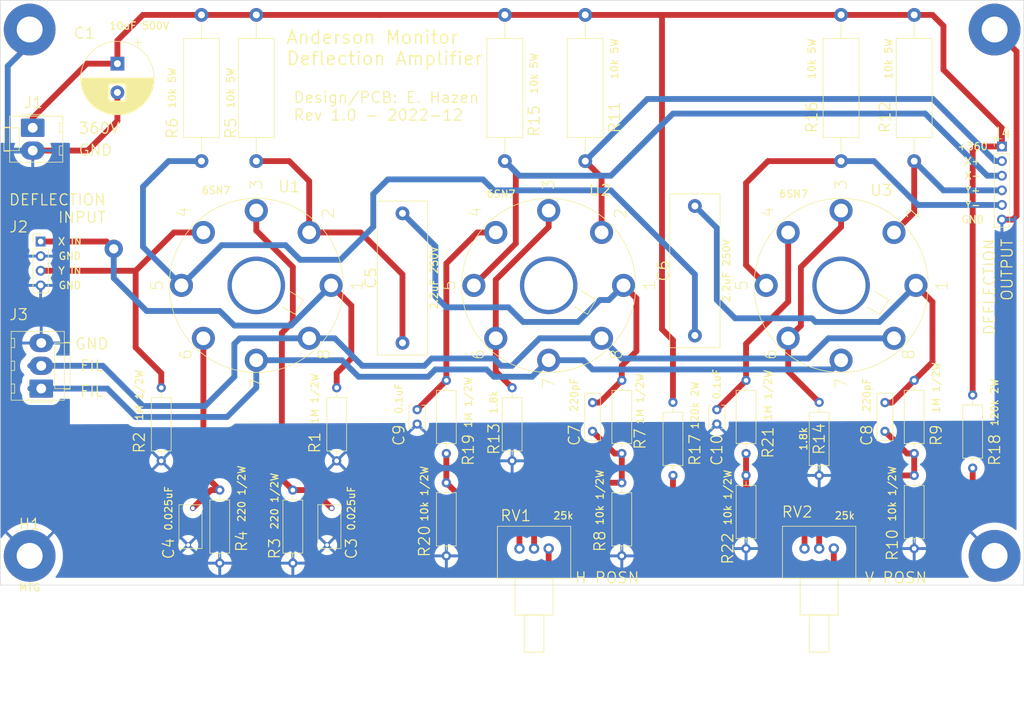
<source format=kicad_pcb>
(kicad_pcb (version 20221018) (generator pcbnew)
  (layers (0 "F.Cu" signal) (31 "B.Cu" signal) (34 "B.Paste" user) (35 "F.Paste" user) (36 "B.SilkS" user "B.Silkscreen") (37 "F.SilkS" user "F.Silkscreen") (38 "B.Mask" user) (39 "F.Mask" user) (44 "Edge.Cuts" user))
  (net 0 "")
  (net 1 "Net-(C3-Pad1)")
  (net 2 "GND")
  (net 3 "Net-(C4-Pad1)")
  (net 4 "Net-(C5-Pad1)")
  (net 5 "Net-(C5-Pad2)")
  (net 6 "Net-(C6-Pad1)")
  (net 7 "Net-(C6-Pad2)")
  (net 8 "Net-(C7-Pad2)")
  (net 9 "Net-(C8-Pad2)")
  (net 10 "Net-(C9-Pad1)")
  (net 11 "Net-(C10-Pad1)")
  (net 12 "/B+")
  (net 13 "Net-(J2-Pad1)")
  (net 14 "Net-(J2-Pad3)")
  (net 15 "Net-(J3-Pad1)")
  (net 16 "Net-(J3-Pad2)")
  (net 17 "Net-(J4-Pad2)")
  (net 18 "Net-(J4-Pad3)")
  (net 19 "Net-(J4-Pad4)")
  (net 20 "Net-(J4-Pad5)")
  (net 21 "Net-(R13-Pad1)")
  (net 22 "Net-(R14-Pad1)")
  (net 23 "Net-(R17-Pad2)")
  (net 24 "Net-(R18-Pad2)")
  (net 25 "Net-(R19-Pad2)")
  (net 26 "Net-(R21-Pad2)")
  (footprint "Vishay_Pot_148:Potentiometer_Vishay_148-149_Single_Horizontal" (layer "F.Cu") (at 184.15 139.7 -90)
    (fp_text reference "RV2")
    (fp_text value "25k")
  )
  (footprint "Resistor_THT:R_Axial_DIN0309_L9.0mm_D3.2mm_P12.70mm_Horizontal" (layer "F.Cu") (at 173.99 127 -90)
    (fp_text reference "R22")
    (fp_text value "10k 1/2W")
  )
  (footprint "Resistor_THT:R_Axial_DIN0309_L9.0mm_D3.2mm_P12.70mm_Horizontal" (layer "F.Cu") (at 102.87 124.46 90)
    (fp_text reference "R1")
    (fp_text value "1M 1/2W")
  )
  (footprint "Connector_Molex:Molex_KK-396_A-41791-0002_1x02_P3.96mm_Vertical" (layer "F.Cu") (at 50.06 66.6 -90)
    (fp_text reference "J1")
    (fp_text value "Conn_01x02" hide)
  )
  (footprint "Octal_Sockets:AES-P-ST8-193" (layer "F.Cu") (at 190.5 93.98 -90)
    (fp_text reference "U3")
    (fp_text value "6SN7")
  )
  (footprint "Resistor_THT:R_Axial_DIN0617_L17.0mm_D6.0mm_P25.40mm_Horizontal" (layer "F.Cu") (at 79.375 46.99 -90)
    (fp_text reference "R6")
    (fp_text value "10k 5W")
  )
  (footprint "Capacitor_THT:CP_Radial_D12.5mm_P5.00mm" (layer "F.Cu") (at 64.77 55.461041 -90)
    (fp_text reference "C1")
    (fp_text value "10uF 500V")
  )
  (footprint "HV_Ceramic_Cap:Cap-Disc-D7.4-P6.4" (layer "F.Cu") (at 101.6 132.69 -90)
    (fp_text reference "C3")
    (fp_text value "0.025uF")
  )
  (footprint "Capacitor_THT:C_Rect_L26.5mm_W8.5mm_P22.50mm_MKS4" (layer "F.Cu") (at 114.3 103.96 90)
    (fp_text reference "C5")
    (fp_text value "2.2uF 250V")
  )
  (footprint "Capacitor_THT:C_Disc_D8.0mm_W2.5mm_P5.00mm" (layer "F.Cu") (at 198.12 114.34 -90)
    (fp_text reference "C8")
    (fp_text value "220pF")
  )
  (footprint "Resistor_THT:R_Axial_DIN0309_L9.0mm_D3.2mm_P12.70mm_Horizontal" (layer "F.Cu") (at 82.55 129.54 -90)
    (fp_text reference "R4")
    (fp_text value "220 1/2W")
  )
  (footprint "MountingHole:MountingHole_4.5mm_Pad" (layer "F.Cu") (at 49.53 140.97)
    (fp_text reference "H1")
    (fp_text value "MTG")
  )
  (footprint "Resistor_THT:R_Axial_DIN0617_L17.0mm_D6.0mm_P25.40mm_Horizontal" (layer "F.Cu") (at 190.5 46.99 -90)
    (fp_text reference "R16")
    (fp_text value "10k 5W")
  )
  (footprint "Octal_Sockets:AES-P-ST8-193" (layer "F.Cu") (at 139.7 93.98 -90)
    (fp_text reference "U2")
    (fp_text value "6SN7")
  )
  (footprint "Resistor_THT:R_Axial_DIN0309_L9.0mm_D3.2mm_P12.70mm_Horizontal" (layer "F.Cu") (at 121.92 110.49 -90)
    (fp_text reference "R19")
    (fp_text value "1M 1/2W")
  )
  (footprint "Connector_PinHeader_2.54mm:PinHeader_1x04_P2.54mm_Vertical" (layer "F.Cu") (at 51.435 86.36)
    (fp_text reference "J2")
    (fp_text value "Conn_01x04" hide)
  )
  (footprint "Resistor_THT:R_Axial_DIN0309_L9.0mm_D3.2mm_P12.70mm_Horizontal" (layer "F.Cu") (at 72.39 124.46 90)
    (fp_text reference "R2")
    (fp_text value "1M 1/2W")
  )
  (footprint "Resistor_THT:R_Axial_DIN0617_L17.0mm_D6.0mm_P25.40mm_Horizontal" (layer "F.Cu") (at 146.05 46.99 -90)
    (fp_text reference "R11")
    (fp_text value "10k 5W")
  )
  (footprint "Connector_PinHeader_2.54mm:PinHeader_1x06_P2.54mm_Vertical" (layer "F.Cu") (at 218.44 69.85)
    (fp_text reference "J4")
    (fp_text value "Conn_01x06" hide)
  )
  (footprint "MountingHole:MountingHole_4.5mm_Pad" (layer "F.Cu") (at 217.17 49.53)
    (fp_text reference "H3" hide)
    (fp_text value "MTG" hide)
  )
  (footprint "Capacitor_THT:C_Disc_D3.8mm_W2.6mm_P2.50mm" (layer "F.Cu") (at 116.84 115.57 -90)
    (fp_text reference "C9")
    (fp_text value "0.1uF")
  )
  (footprint "Resistor_THT:R_Axial_DIN0309_L9.0mm_D3.2mm_P12.70mm_Horizontal" (layer "F.Cu") (at 152.4 123.19 90)
    (fp_text reference "R7")
    (fp_text value "1M 1/2W")
  )
  (footprint "Resistor_THT:R_Axial_DIN0617_L17.0mm_D6.0mm_P25.40mm_Horizontal" (layer "F.Cu") (at 203.2 46.99 -90)
    (fp_text reference "R12")
    (fp_text value "10k 5W")
  )
  (footprint "Resistor_THT:R_Axial_DIN0309_L9.0mm_D3.2mm_P12.70mm_Horizontal" (layer "F.Cu") (at 213.36 113.03 -90)
    (fp_text reference "R18")
    (fp_text value "120k 2W")
  )
  (footprint "HV_Ceramic_Cap:Cap-Disc-D7.4-P6.4" (layer "F.Cu") (at 77.47 132.69 -90)
    (fp_text reference "C4")
    (fp_text value "0.025uF")
  )
  (footprint "Resistor_THT:R_Axial_DIN0309_L9.0mm_D3.2mm_P12.70mm_Horizontal" (layer "F.Cu") (at 161.29 114.3 -90)
    (fp_text reference "R17")
    (fp_text value "120k 2W")
  )
  (footprint "Resistor_THT:R_Axial_DIN0309_L9.0mm_D3.2mm_P12.70mm_Horizontal" (layer "F.Cu") (at 203.2 123.19 90)
    (fp_text reference "R9")
    (fp_text value "1M 1/2W")
  )
  (footprint "Resistor_THT:R_Axial_DIN0309_L9.0mm_D3.2mm_P12.70mm_Horizontal" (layer "F.Cu") (at 95.25 129.54 -90)
    (fp_text reference "R3")
    (fp_text value "220 1/2W")
  )
  (footprint "Resistor_THT:R_Axial_DIN0309_L9.0mm_D3.2mm_P12.70mm_Horizontal" (layer "F.Cu") (at 173.99 110.49 -90)
    (fp_text reference "R21")
    (fp_text value "1M 1/2W")
  )
  (footprint "Connector_Molex:Molex_KK-396_A-41791-0003_1x03_P3.96mm_Vertical" (layer "F.Cu") (at 51.54 111.91 90)
    (fp_text reference "J3")
    (fp_text value "Conn_01x03" hide)
  )
  (footprint "Vishay_Pot_148:Potentiometer_Vishay_148-149_Single_Horizontal" (layer "F.Cu") (at 134.62 139.7 -90)
    (fp_text reference "RV1")
    (fp_text value "25k")
  )
  (footprint "Capacitor_THT:C_Disc_D8.0mm_W2.5mm_P5.00mm" (layer "F.Cu") (at 147.32 114.34 -90)
    (fp_text reference "C7")
    (fp_text value "220pF")
  )
  (footprint "Capacitor_THT:C_Disc_D3.8mm_W2.6mm_P2.50mm" (layer "F.Cu") (at 168.91 115.57 -90)
    (fp_text reference "C10")
    (fp_text value "0.1uF")
  )
  (footprint "Resistor_THT:R_Axial_DIN0309_L9.0mm_D3.2mm_P12.70mm_Horizontal" (layer "F.Cu") (at 121.92 128.27 -90)
    (fp_text reference "R20")
    (fp_text value "10k 1/2W")
  )
  (footprint "MountingHole:MountingHole_4.5mm_Pad" (layer "F.Cu") (at 217.17 140.97)
    (fp_text reference "H4" hide)
    (fp_text value "MTG" hide)
  )
  (footprint "Octal_Sockets:AES-P-ST8-193" (layer "F.Cu") (at 88.9 93.98 -90)
    (fp_text reference "U1")
    (fp_text value "6SN7")
  )
  (footprint "Resistor_THT:R_Axial_DIN0309_L9.0mm_D3.2mm_P12.70mm_Horizontal" (layer "F.Cu") (at 203.2 127 -90)
    (fp_text reference "R10")
    (fp_text value "10k 1/2W")
  )
  (footprint "Resistor_THT:R_Axial_DIN0309_L9.0mm_D3.2mm_P12.70mm_Horizontal" (layer "F.Cu") (at 152.4 128.27 -90)
    (fp_text reference "R8")
    (fp_text value "10k 1/2W")
  )
  (footprint "Resistor_THT:R_Axial_DIN0309_L9.0mm_D3.2mm_P12.70mm_Horizontal" (layer "F.Cu") (at 133.35 111.76 -90)
    (fp_text reference "R13")
    (fp_text value "1.8k")
  )
  (footprint "Capacitor_THT:C_Rect_L26.5mm_W8.5mm_P22.50mm_MKS4" (layer "F.Cu") (at 165.1 102.69 90)
    (fp_text reference "C6")
    (fp_text value "2.2uF 250V")
  )
  (footprint "MountingHole:MountingHole_4.5mm_Pad" (layer "F.Cu") (at 49.53 49.53)
    (fp_text reference "H2" hide)
    (fp_text value "MTG" hide)
  )
  (footprint "Resistor_THT:R_Axial_DIN0309_L9.0mm_D3.2mm_P12.70mm_Horizontal" (layer "F.Cu") (at 186.69 114.3 -90)
    (fp_text reference "R14")
    (fp_text value "1.8k")
  )
  (footprint "Resistor_THT:R_Axial_DIN0617_L17.0mm_D6.0mm_P25.40mm_Horizontal" (layer "F.Cu") (at 132.08 46.99 -90)
    (fp_text reference "R15")
    (fp_text value "10k 5W")
  )
  (footprint "Resistor_THT:R_Axial_DIN0617_L17.0mm_D6.0mm_P25.40mm_Horizontal" (layer "F.Cu") (at 88.9 46.99 -90)
    (fp_text reference "R5")
    (fp_text value "10k 5W")
  )
  (gr_line (start 44.45 44.45) (end 222.25 44.45) (stroke (width 0.1)) (layer "Edge.Cuts"))
  (gr_line (start 222.25 146.05) (end 44.45 146.05) (stroke (width 0.1)) (layer "Edge.Cuts"))
  (gr_line (start 44.45 146.05) (end 44.45 44.45) (stroke (width 0.1)) (layer "Edge.Cuts"))
  (gr_line (start 222.25 44.45) (end 222.25 146.05) (stroke (width 0.1)) (layer "Edge.Cuts"))
  (gr_text "X IN" (at 56.515 86.36) (layer "F.SilkS") (effects (font (size 1.27 1.27) (thickness 0.2032))))
  (gr_text "360V" (at 61.595 66.675) (layer "F.SilkS") (effects (font (size 1.905 1.905) (thickness 0.2032))))
  (gr_text "GND" (at 60.325 104.14) (layer "F.SilkS") (effects (font (size 1.905 1.905) (thickness 0.2032))))
  (gr_text "X-" (at 213.36 74.93) (layer "F.SilkS") (effects (font (size 1.27 1.27) (thickness 0.2032))))
  (gr_text "FIL" (at 60.325 107.95) (layer "F.SilkS") (effects (font (size 1.905 1.905) (thickness 0.2032))))
  (gr_text "X+" (at 213.36 72.39) (layer "F.SilkS") (effects (font (size 1.27 1.27) (thickness 0.2032))))
  (gr_text "Design/PCB: E. Hazen\nRev 1.0 - 2022-12" (at 95.25 62.865) (layer "F.SilkS") (effects (font (size 1.905 1.905) (thickness 0.2032)) (justify left)))
  (gr_text "GND" (at 213.36 82.55) (layer "F.SilkS") (effects (font (size 1.27 1.27) (thickness 0.2032))))
  (gr_text "Y+" (at 213.36 77.47) (layer "F.SilkS") (effects (font (size 1.27 1.27) (thickness 0.2032))))
  (gr_text "Y IN" (at 56.515 91.44) (layer "F.SilkS") (effects (font (size 1.27 1.27) (thickness 0.2032))))
  (gr_text "V POSN" (at 200.025 144.78) (layer "F.SilkS") (effects (font (size 1.905 1.905) (thickness 0.2032))))
  (gr_text "H POSN" (at 149.86 144.78) (layer "F.SilkS") (effects (font (size 1.905 1.905) (thickness 0.2032))))
  (gr_text "DEFLECTION\nOUTPUT" (at 217.805 85.725 90) (layer "F.SilkS") (effects (font (size 1.905 1.905) (thickness 0.2032)) (justify right)))
  (gr_text "GND" (at 56.515 88.9) (layer "F.SilkS") (effects (font (size 1.27 1.27) (thickness 0.2032))))
  (gr_text "FIL" (at 60.325 112.395) (layer "F.SilkS") (effects (font (size 1.905 1.905) (thickness 0.2032))))
  (gr_text "Y-" (at 213.36 80.01) (layer "F.SilkS") (effects (font (size 1.27 1.27) (thickness 0.2032))))
  (gr_text "+360" (at 213.36 69.85) (layer "F.SilkS") (effects (font (size 1.27 1.27) (thickness 0.2032))))
  (gr_text "GND" (at 56.515 93.98) (layer "F.SilkS") (effects (font (size 1.27 1.27) (thickness 0.2032))))
  (gr_text "Anderson Monitor\nDeflection Amplifier" (at 93.98 52.705) (layer "F.SilkS") (effects (font (size 2.286 2.286) (thickness 0.254)) (justify left)))
  (gr_text "GND" (at 60.96 70.485) (layer "F.SilkS") (effects (font (size 1.905 1.905) (thickness 0.2032))))
  (gr_text "DEFLECTION\nINPUT" (at 62.865 80.645) (layer "F.SilkS") (effects (font (size 1.905 1.905) (thickness 0.2032)) (justify right)))
  (segment (start 88.9 80.98) (end 88.9 84.455) (width 1.016) (layer "F.Cu") (net 1))
  (segment (start 93.345 127.635) (end 95.25 129.54) (width 1.016) (layer "F.Cu") (net 1))
  (segment (start 95.25 90.805) (end 95.25 100.33) (width 1.016) (layer "F.Cu") (net 1))
  (segment (start 98.85 129.54) (end 102 132.69) (width 1.016) (layer "F.Cu") (net 1))
  (segment (start 88.9 84.455) (end 95.25 90.805) (width 1.016) (layer "F.Cu") (net 1))
  (segment (start 95.25 129.54) (end 98.85 129.54) (width 1.016) (layer "F.Cu") (net 1))
  (segment (start 95.25 100.33) (end 93.345 102.235) (width 1.016) (layer "F.Cu") (net 1))
  (segment (start 93.345 102.235) (end 93.345 127.635) (width 1.016) (layer "F.Cu") (net 1))
  (segment (start 220.98 81.915) (end 220.345 82.55) (width 1.016) (layer "F.Cu") (net 2))
  (segment (start 217.17 49.53) (end 220.98 53.34) (width 1.016) (layer "F.Cu") (net 2))
  (segment (start 220.345 82.55) (end 218.44 82.55) (width 1.016) (layer "F.Cu") (net 2))
  (segment (start 59.615 70.56) (end 64.77 65.405) (width 1.016) (layer "F.Cu") (net 2))
  (segment (start 220.98 53.34) (end 220.98 81.915) (width 1.016) (layer "F.Cu") (net 2))
  (segment (start 64.77 65.405) (end 64.77 60.461041) (width 1.016) (layer "F.Cu") (net 2))
  (segment (start 50.06 70.56) (end 59.615 70.56) (width 1.016) (layer "F.Cu") (net 2))
  (segment (start 49.53 52.07) (end 45.72 55.88) (width 1.016) (layer "B.Cu") (net 2))
  (segment (start 49.53 49.53) (end 49.53 52.07) (width 1.016) (layer "B.Cu") (net 2))
  (segment (start 45.72 70.485) (end 45.795 70.56) (width 1.016) (layer "B.Cu") (net 2))
  (segment (start 45.795 70.56) (end 50.06 70.56) (width 1.016) (layer "B.Cu") (net 2))
  (segment (start 45.72 55.88) (end 45.72 70.485) (width 1.016) (layer "B.Cu") (net 2))
  (segment (start 79.707612 103.172388) (end 79.707612 126.697612) (width 1.016) (layer "F.Cu") (net 3))
  (segment (start 79.707612 126.697612) (end 82.55 129.54) (width 1.016) (layer "F.Cu") (net 3))
  (segment (start 82.55 129.54) (end 81.02 129.54) (width 1.016) (layer "F.Cu") (net 3))
  (segment (start 81.02 129.54) (end 77.87 132.69) (width 1.016) (layer "F.Cu") (net 3))
  (segment (start 88.9 72.39) (end 94.615 72.39) (width 1.016) (layer "F.Cu") (net 4))
  (segment (start 98.092388 84.787612) (end 107.012612 84.787612) (width 1.016) (layer "F.Cu") (net 4))
  (segment (start 94.615 72.39) (end 98.092388 75.867388) (width 1.016) (layer "F.Cu") (net 4))
  (segment (start 114.3 92.075) (end 114.3 103.96) (width 1.016) (layer "F.Cu") (net 4))
  (segment (start 98.092388 75.867388) (end 98.092388 84.787612) (width 1.016) (layer "F.Cu") (net 4))
  (segment (start 107.012612 84.787612) (end 114.3 92.075) (width 1.016) (layer "F.Cu") (net 4))
  (segment (start 154.94 105.41) (end 154.94 96.22) (width 1.016) (layer "F.Cu") (net 5))
  (segment (start 154.94 96.22) (end 152.7 93.98) (width 1.016) (layer "F.Cu") (net 5))
  (segment (start 148.55 114.34) (end 152.4 110.49) (width 1.016) (layer "F.Cu") (net 5))
  (segment (start 147.32 114.34) (end 148.55 114.34) (width 1.016) (layer "F.Cu") (net 5))
  (segment (start 152.4 107.95) (end 154.94 105.41) (width 1.016) (layer "F.Cu") (net 5))
  (segment (start 152.4 110.49) (end 152.4 107.95) (width 1.016) (layer "F.Cu") (net 5))
  (segment (start 114.3 81.46) (end 120.015 87.175) (width 1.016) (layer "B.Cu") (net 5))
  (segment (start 132.715 97.79) (end 135.255 100.33) (width 1.016) (layer "B.Cu") (net 5))
  (segment (start 120.015 87.175) (end 120.015 95.885) (width 1.016) (layer "B.Cu") (net 5))
  (segment (start 121.92 97.79) (end 132.715 97.79) (width 1.016) (layer "B.Cu") (net 5))
  (segment (start 144.78 100.33) (end 148.59 96.52) (width 1.016) (layer "B.Cu") (net 5))
  (segment (start 120.015 95.885) (end 121.92 97.79) (width 1.016) (layer "B.Cu") (net 5))
  (segment (start 135.255 100.33) (end 144.78 100.33) (width 1.016) (layer "B.Cu") (net 5))
  (segment (start 150.16 96.52) (end 152.7 93.98) (width 1.016) (layer "B.Cu") (net 5))
  (segment (start 148.59 96.52) (end 150.16 96.52) (width 1.016) (layer "B.Cu") (net 5))
  (segment (start 93.98 86.995) (end 96.52 89.535) (width 1.016) (layer "B.Cu") (net 6))
  (segment (start 111.76 75.565) (end 128.27 75.565) (width 1.016) (layer "B.Cu") (net 6))
  (segment (start 165.1 92.075) (end 165.1 102.69) (width 1.016) (layer "B.Cu") (net 6))
  (segment (start 150.495 77.47) (end 165.1 92.075) (width 1.016) (layer "B.Cu") (net 6))
  (segment (start 69.215 87.295) (end 75.9 93.98) (width 1.016) (layer "B.Cu") (net 6))
  (segment (start 130.175 77.47) (end 150.495 77.47) (width 1.016) (layer "B.Cu") (net 6))
  (segment (start 73.66 72.39) (end 69.215 76.835) (width 1.016) (layer "B.Cu") (net 6))
  (segment (start 75.9 93.98) (end 82.885 86.995) (width 1.016) (layer "B.Cu") (net 6))
  (segment (start 82.885 86.995) (end 93.98 86.995) (width 1.016) (layer "B.Cu") (net 6))
  (segment (start 96.52 89.535) (end 103.505 89.535) (width 1.016) (layer "B.Cu") (net 6))
  (segment (start 128.27 75.565) (end 130.175 77.47) (width 1.016) (layer "B.Cu") (net 6))
  (segment (start 109.22 83.82) (end 109.22 78.105) (width 1.016) (layer "B.Cu") (net 6))
  (segment (start 103.505 89.535) (end 109.22 83.82) (width 1.016) (layer "B.Cu") (net 6))
  (segment (start 109.22 78.105) (end 111.76 75.565) (width 1.016) (layer "B.Cu") (net 6))
  (segment (start 79.375 72.39) (end 73.66 72.39) (width 1.016) (layer "B.Cu") (net 6))
  (segment (start 69.215 76.835) (end 69.215 87.295) (width 1.016) (layer "B.Cu") (net 6))
  (segment (start 198.12 114.34) (end 199.35 114.34) (width 1.016) (layer "F.Cu") (net 7))
  (segment (start 206.375 96.855) (end 203.5 93.98) (width 1.016) (layer "F.Cu") (net 7))
  (segment (start 206.375 107.315) (end 206.375 96.855) (width 1.016) (layer "F.Cu") (net 7))
  (segment (start 199.35 114.34) (end 203.2 110.49) (width 1.016) (layer "F.Cu") (net 7))
  (segment (start 203.2 110.49) (end 206.375 107.315) (width 1.016) (layer "F.Cu") (net 7))
  (segment (start 197.15 100.33) (end 203.5 93.98) (width 1.016) (layer "B.Cu") (net 7))
  (segment (start 168.91 84) (end 168.91 96.52) (width 1.016) (layer "B.Cu") (net 7))
  (segment (start 165.1 80.19) (end 168.91 84) (width 1.016) (layer "B.Cu") (net 7))
  (segment (start 172.085 99.695) (end 185.42 99.695) (width 1.016) (layer "B.Cu") (net 7))
  (segment (start 168.91 96.52) (end 172.085 99.695) (width 1.016) (layer "B.Cu") (net 7))
  (segment (start 186.055 100.33) (end 197.15 100.33) (width 1.016) (layer "B.Cu") (net 7))
  (segment (start 185.42 99.695) (end 186.055 100.33) (width 1.016) (layer "B.Cu") (net 7))
  (segment (start 142.875 128.27) (end 152.4 128.27) (width 1.016) (layer "F.Cu") (net 8))
  (segment (start 151.17 123.19) (end 147.32 119.34) (width 1.016) (layer "F.Cu") (net 8))
  (segment (start 134.62 136.525) (end 142.875 128.27) (width 1.016) (layer "F.Cu") (net 8))
  (segment (start 152.4 123.19) (end 151.17 123.19) (width 1.016) (layer "F.Cu") (net 8))
  (segment (start 134.62 139.7) (end 134.62 136.525) (width 1.016) (layer "F.Cu") (net 8))
  (segment (start 152.4 128.27) (end 152.4 123.19) (width 1.016) (layer "F.Cu") (net 8))
  (segment (start 203.2 127) (end 203.2 123.19) (width 1.016) (layer "F.Cu") (net 9))
  (segment (start 201.97 123.19) (end 198.12 119.34) (width 1.016) (layer "F.Cu") (net 9))
  (segment (start 184.15 139.7) (end 184.15 135.89) (width 1.016) (layer "F.Cu") (net 9))
  (segment (start 193.04 127) (end 203.2 127) (width 1.016) (layer "F.Cu") (net 9))
  (segment (start 203.2 123.19) (end 201.97 123.19) (width 1.016) (layer "F.Cu") (net 9))
  (segment (start 184.15 135.89) (end 193.04 127) (width 1.016) (layer "F.Cu") (net 9))
  (segment (start 130.507612 84.787612) (end 127.302388 84.787612) (width 1.016) (layer "F.Cu") (net 10))
  (segment (start 127.302388 84.787612) (end 121.92 90.17) (width 1.016) (layer "F.Cu") (net 10))
  (segment (start 121.92 90.17) (end 121.92 110.49) (width 1.016) (layer "F.Cu") (net 10))
  (segment (start 116.84 115.57) (end 121.92 110.49) (width 1.016) (layer "F.Cu") (net 10))
  (segment (start 181.307612 84.787612) (end 181.307612 96.822388) (width 1.016) (layer "F.Cu") (net 11))
  (segment (start 173.99 110.49) (end 168.91 115.57) (width 1.016) (layer "F.Cu") (net 11))
  (segment (start 181.307612 96.822388) (end 173.99 104.14) (width 1.016) (layer "F.Cu") (net 11))
  (segment (start 173.99 104.14) (end 173.99 110.49) (width 1.016) (layer "F.Cu") (net 11))
  (segment (start 132.08 46.99) (end 146.05 46.99) (width 1.016) (layer "F.Cu") (net 12))
  (segment (start 59.473959 55.461041) (end 64.77 55.461041) (width 1.016) (layer "F.Cu") (net 12))
  (segment (start 161.29 114.3) (end 161.29 103.505) (width 1.016) (layer "F.Cu") (net 12))
  (segment (start 218.44 66.675) (end 218.44 69.85) (width 1.016) (layer "F.Cu") (net 12))
  (segment (start 64.77 51.435) (end 69.215 46.99) (width 1.016) (layer "F.Cu") (net 12))
  (segment (start 213.36 113.03) (end 213.36 70.485) (width 1.016) (layer "F.Cu") (net 12))
  (segment (start 146.05 46.99) (end 159.385 46.99) (width 1.016) (layer "F.Cu") (net 12))
  (segment (start 159.385 46.99) (end 190.5 46.99) (width 1.016) (layer "F.Cu") (net 12))
  (segment (start 213.995 69.85) (end 218.44 69.85) (width 1.016) (layer "F.Cu") (net 12))
  (segment (start 206.375 46.99) (end 208.28 48.895) (width 1.016) (layer "F.Cu") (net 12))
  (segment (start 50.06 66.6) (end 50.06 64.875) (width 1.016) (layer "F.Cu") (net 12))
  (segment (start 208.28 48.895) (end 208.28 56.515) (width 1.016) (layer "F.Cu") (net 12))
  (segment (start 159.385 101.6) (end 159.385 46.99) (width 1.016) (layer "F.Cu") (net 12))
  (segment (start 50.06 64.875) (end 59.473959 55.461041) (width 1.016) (layer "F.Cu") (net 12))
  (segment (start 88.9 46.99) (end 110.49 46.99) (width 1.016) (layer "F.Cu") (net 12))
  (segment (start 161.29 103.505) (end 159.385 101.6) (width 1.016) (layer "F.Cu") (net 12))
  (segment (start 190.5 46.99) (end 203.2 46.99) (width 1.016) (layer "F.Cu") (net 12))
  (segment (start 213.36 70.485) (end 213.995 69.85) (width 1.016) (layer "F.Cu") (net 12))
  (segment (start 69.215 46.99) (end 79.375 46.99) (width 1.016) (layer "F.Cu") (net 12))
  (segment (start 64.77 55.461041) (end 64.77 51.435) (width 1.016) (layer "F.Cu") (net 12))
  (segment (start 79.375 46.99) (end 88.9 46.99) (width 1.016) (layer "F.Cu") (net 12))
  (segment (start 110.49 46.99) (end 132.08 46.99) (width 1.016) (layer "F.Cu") (net 12))
  (segment (start 208.28 56.515) (end 218.44 66.675) (width 1.016) (layer "F.Cu") (net 12))
  (segment (start 203.2 46.99) (end 206.375 46.99) (width 1.016) (layer "F.Cu") (net 12))
  (segment (start 62.865 86.36) (end 64.135 87.63) (width 1.016) (layer "F.Cu") (net 13))
  (segment (start 102.87 109.22) (end 102.87 111.76) (width 1.016) (layer "F.Cu") (net 13))
  (segment (start 105.41 97.49) (end 105.41 106.68) (width 1.016) (layer "F.Cu") (net 13))
  (segment (start 51.435 86.36) (end 62.865 86.36) (width 1.016) (layer "F.Cu") (net 13))
  (segment (start 105.41 106.68) (end 102.87 109.22) (width 1.016) (layer "F.Cu") (net 13))
  (segment (start 101.9 93.98) (end 105.41 97.49) (width 1.016) (layer "F.Cu") (net 13))
  (via (at 64.135 87.63) (size 3.175) (drill 1.6002) (layers "F.Cu" "B.Cu") (net 13))
  (segment (start 94.915 100.965) (end 101.9 93.98) (width 1.016) (layer "B.Cu") (net 13))
  (segment (start 82.55 98.425) (end 85.09 100.965) (width 1.016) (layer "B.Cu") (net 13))
  (segment (start 64.135 87.63) (end 64.135 92.71) (width 1.016) (layer "B.Cu") (net 13))
  (segment (start 64.135 92.71) (end 69.85 98.425) (width 1.016) (layer "B.Cu") (net 13))
  (segment (start 85.09 100.965) (end 94.915 100.965) (width 1.016) (layer "B.Cu") (net 13))
  (segment (start 69.85 98.425) (end 82.55 98.425) (width 1.016) (layer "B.Cu") (net 13))
  (segment (start 51.435 91.44) (end 67.945 91.44) (width 1.016) (layer "F.Cu") (net 14))
  (segment (start 67.945 91.44) (end 67.945 104.775) (width 1.016) (layer "F.Cu") (net 14))
  (segment (start 67.945 91.44) (end 74.597388 84.787612) (width 1.016) (layer "F.Cu") (net 14))
  (segment (start 67.945 104.775) (end 72.39 109.22) (width 1.016) (layer "F.Cu") (net 14))
  (segment (start 72.39 109.22) (end 72.39 111.76) (width 1.016) (layer "F.Cu") (net 14))
  (segment (start 74.597388 84.787612) (end 79.707612 84.787612) (width 1.016) (layer "F.Cu") (net 14))
  (segment (start 145.715 106.98) (end 147.32 108.585) (width 1.016) (layer "B.Cu") (net 15))
  (segment (start 128.905 108.585) (end 130.175 109.855) (width 1.016) (layer "B.Cu") (net 15))
  (segment (start 118.745 109.855) (end 120.015 108.585) (width 1.016) (layer "B.Cu") (net 15))
  (segment (start 88.9 111.76) (end 88.9 106.98) (width 1.016) (layer "B.Cu") (net 15))
  (segment (start 130.175 109.855) (end 136.825 109.855) (width 1.016) (layer "B.Cu") (net 15))
  (segment (start 136.825 109.855) (end 139.7 106.98) (width 1.016) (layer "B.Cu") (net 15))
  (segment (start 88.9 106.98) (end 103.805 106.98) (width 1.016) (layer "B.Cu") (net 15))
  (segment (start 83.82 116.84) (end 88.9 111.76) (width 1.016) (layer "B.Cu") (net 15))
  (segment (start 188.895 108.585) (end 190.5 106.98) (width 1.016) (layer "B.Cu") (net 15))
  (segment (start 63.015 111.91) (end 67.945 116.84) (width 1.016) (layer "B.Cu") (net 15))
  (segment (start 103.805 106.98) (end 106.68 109.855) (width 1.016) (layer "B.Cu") (net 15))
  (segment (start 147.32 108.585) (end 188.895 108.585) (width 1.016) (layer "B.Cu") (net 15))
  (segment (start 139.7 106.98) (end 145.715 106.98) (width 1.016) (layer "B.Cu") (net 15))
  (segment (start 67.945 116.84) (end 83.82 116.84) (width 1.016) (layer "B.Cu") (net 15))
  (segment (start 49.635 111.91) (end 63.015 111.91) (width 1.016) (layer "B.Cu") (net 15))
  (segment (start 120.015 108.585) (end 128.905 108.585) (width 1.016) (layer "B.Cu") (net 15))
  (segment (start 106.68 109.855) (end 118.745 109.855) (width 1.016) (layer "B.Cu") (net 15))
  (segment (start 119.38 106.68) (end 130.175 106.68) (width 1.016) (layer "B.Cu") (net 16))
  (segment (start 69.215 114.935) (end 80.01 114.935) (width 1.016) (layer "B.Cu") (net 16))
  (segment (start 138.127612 103.172388) (end 148.892388 103.172388) (width 1.016) (layer "B.Cu") (net 16))
  (segment (start 188.292612 103.172388) (end 199.692388 103.172388) (width 1.016) (layer "B.Cu") (net 16))
  (segment (start 107.315 107.95) (end 118.11 107.95) (width 1.016) (layer "B.Cu") (net 16))
  (segment (start 85.09 104.14) (end 86.057612 103.172388) (width 1.016) (layer "B.Cu") (net 16))
  (segment (start 80.01 114.935) (end 85.09 109.855) (width 1.016) (layer "B.Cu") (net 16))
  (segment (start 131.445 107.95) (end 133.35 107.95) (width 1.016) (layer "B.Cu") (net 16))
  (segment (start 130.175 106.68) (end 131.445 107.95) (width 1.016) (layer "B.Cu") (net 16))
  (segment (start 49.635 107.95) (end 62.23 107.95) (width 1.016) (layer "B.Cu") (net 16))
  (segment (start 152.4 106.68) (end 184.785 106.68) (width 1.016) (layer "B.Cu") (net 16))
  (segment (start 133.35 107.95) (end 138.127612 103.172388) (width 1.016) (layer "B.Cu") (net 16))
  (segment (start 184.785 106.68) (end 188.292612 103.172388) (width 1.016) (layer "B.Cu") (net 16))
  (segment (start 98.092388 103.172388) (end 102.537388 103.172388) (width 1.016) (layer "B.Cu") (net 16))
  (segment (start 118.11 107.95) (end 119.38 106.68) (width 1.016) (layer "B.Cu") (net 16))
  (segment (start 62.23 107.95) (end 69.215 114.935) (width 1.016) (layer "B.Cu") (net 16))
  (segment (start 148.892388 103.172388) (end 152.4 106.68) (width 1.016) (layer "B.Cu") (net 16))
  (segment (start 102.537388 103.172388) (end 107.315 107.95) (width 1.016) (layer "B.Cu") (net 16))
  (segment (start 86.057612 103.172388) (end 98.092388 103.172388) (width 1.016) (layer "B.Cu") (net 16))
  (segment (start 85.09 109.855) (end 85.09 104.14) (width 1.016) (layer "B.Cu") (net 16))
  (segment (start 148.892388 75.232388) (end 148.892388 84.787612) (width 1.016) (layer "F.Cu") (net 17))
  (segment (start 146.05 72.39) (end 148.892388 75.232388) (width 1.016) (layer "F.Cu") (net 17))
  (segment (start 206.442919 61.595) (end 156.845 61.595) (width 1.016) (layer "B.Cu") (net 17))
  (segment (start 217.237919 72.39) (end 206.442919 61.595) (width 1.016) (layer "B.Cu") (net 17))
  (segment (start 218.44 72.39) (end 217.237919 72.39) (width 1.016) (layer "B.Cu") (net 17))
  (segment (start 156.845 61.595) (end 146.05 72.39) (width 1.016) (layer "B.Cu") (net 17))
  (segment (start 133.985 74.295) (end 132.08 72.39) (width 1.016) (layer "F.Cu") (net 18))
  (segment (start 133.985 86.695) (end 133.985 74.295) (width 1.016) (layer "F.Cu") (net 18))
  (segment (start 126.7 93.98) (end 133.985 86.695) (width 1.016) (layer "F.Cu") (net 18))
  (segment (start 150.495 74.93) (end 134.62 74.93) (width 1.016) (layer "B.Cu") (net 18))
  (segment (start 205.105 64.135) (end 161.29 64.135) (width 1.016) (layer "B.Cu") (net 18))
  (segment (start 218.44 74.93) (end 215.9 74.93) (width 1.016) (layer "B.Cu") (net 18))
  (segment (start 215.9 74.93) (end 205.105 64.135) (width 1.016) (layer "B.Cu") (net 18))
  (segment (start 161.29 64.135) (end 150.495 74.93) (width 1.016) (layer "B.Cu") (net 18))
  (segment (start 134.62 74.93) (end 132.08 72.39) (width 1.016) (layer "B.Cu") (net 18))
  (segment (start 203.2 81.28) (end 199.692388 84.787612) (width 1.016) (layer "F.Cu") (net 19))
  (segment (start 203.2 72.39) (end 203.2 81.28) (width 1.016) (layer "F.Cu") (net 19))
  (segment (start 218.44 77.47) (end 208.28 77.47) (width 1.016) (layer "B.Cu") (net 19))
  (segment (start 208.28 77.47) (end 203.2 72.39) (width 1.016) (layer "B.Cu") (net 19))
  (segment (start 190.5 72.39) (end 177.8 72.39) (width 1.016) (layer "F.Cu") (net 20))
  (segment (start 173.99 76.2) (end 173.99 90.47) (width 1.016) (layer "F.Cu") (net 20))
  (segment (start 177.8 72.39) (end 173.99 76.2) (width 1.016) (layer "F.Cu") (net 20))
  (segment (start 173.99 90.47) (end 177.5 93.98) (width 1.016) (layer "F.Cu") (net 20))
  (segment (start 218.44 80.01) (end 203.835 80.01) (width 1.016) (layer "B.Cu") (net 20))
  (segment (start 196.215 72.39) (end 190.5 72.39) (width 1.016) (layer "B.Cu") (net 20))
  (segment (start 203.835 80.01) (end 196.215 72.39) (width 1.016) (layer "B.Cu") (net 20))
  (segment (start 139.7 80.98) (end 139.7 83.82) (width 1.016) (layer "F.Cu") (net 21))
  (segment (start 130.507612 103.172388) (end 130.507612 108.917612) (width 1.016) (layer "F.Cu") (net 21))
  (segment (start 130.507612 93.012388) (end 130.507612 103.172388) (width 1.016) (layer "F.Cu") (net 21))
  (segment (start 130.507612 108.917612) (end 133.35 111.76) (width 1.016) (layer "F.Cu") (net 21))
  (segment (start 139.7 83.82) (end 130.507612 93.012388) (width 1.016) (layer "F.Cu") (net 21))
  (segment (start 190.5 83.82) (end 183.515 90.805) (width 1.016) (layer "F.Cu") (net 22))
  (segment (start 190.5 80.98) (end 190.5 83.82) (width 1.016) (layer "F.Cu") (net 22))
  (segment (start 181.307612 103.172388) (end 181.307612 108.917612) (width 1.016) (layer "F.Cu") (net 22))
  (segment (start 183.515 100.965) (end 181.307612 103.172388) (width 1.016) (layer "F.Cu") (net 22))
  (segment (start 181.307612 108.917612) (end 186.69 114.3) (width 1.016) (layer "F.Cu") (net 22))
  (segment (start 183.515 90.805) (end 183.515 100.965) (width 1.016) (layer "F.Cu") (net 22))
  (segment (start 137.16 139.7) (end 137.16 137.16) (width 1.016) (layer "F.Cu") (net 23))
  (segment (start 161.29 130.81) (end 161.29 127) (width 1.016) (layer "F.Cu") (net 23))
  (segment (start 141.605 132.715) (end 159.385 132.715) (width 1.016) (layer "F.Cu") (net 23))
  (segment (start 159.385 132.715) (end 161.29 130.81) (width 1.016) (layer "F.Cu") (net 23))
  (segment (start 137.16 137.16) (end 141.605 132.715) (width 1.016) (layer "F.Cu") (net 23))
  (segment (start 186.69 137.16) (end 191.135 132.715) (width 1.016) (layer "F.Cu") (net 24))
  (segment (start 186.69 139.7) (end 186.69 137.16) (width 1.016) (layer "F.Cu") (net 24))
  (segment (start 211.455 132.715) (end 213.36 130.81) (width 1.016) (layer "F.Cu") (net 24))
  (segment (start 213.36 130.81) (end 213.36 125.73) (width 1.016) (layer "F.Cu") (net 24))
  (segment (start 191.135 132.715) (end 211.455 132.715) (width 1.016) (layer "F.Cu") (net 24))
  (segment (start 139.7 142.24) (end 138.43 143.51) (width 1.016) (layer "F.Cu") (net 25))
  (segment (start 138.43 143.51) (end 130.81 143.51) (width 1.016) (layer "F.Cu") (net 25))
  (segment (start 130.81 143.51) (end 127.635 140.335) (width 1.016) (layer "F.Cu") (net 25))
  (segment (start 127.635 140.335) (end 127.635 133.985) (width 1.016) (layer "F.Cu") (net 25))
  (segment (start 139.7 139.7) (end 139.7 142.24) (width 1.016) (layer "F.Cu") (net 25))
  (segment (start 121.92 123.19) (end 121.92 128.27) (width 1.016) (layer "F.Cu") (net 25))
  (segment (start 127.635 133.985) (end 121.92 128.27) (width 1.016) (layer "F.Cu") (net 25))
  (segment (start 173.99 128.905) (end 180.34 135.255) (width 1.016) (layer "F.Cu") (net 26))
  (segment (start 180.34 135.255) (end 180.34 142.875) (width 1.016) (layer "F.Cu") (net 26))
  (segment (start 187.96 143.51) (end 189.23 142.24) (width 1.016) (layer "F.Cu") (net 26))
  (segment (start 180.34 142.875) (end 180.975 143.51) (width 1.016) (layer "F.Cu") (net 26))
  (segment (start 180.975 143.51) (end 187.96 143.51) (width 1.016) (layer "F.Cu") (net 26))
  (segment (start 173.99 127) (end 173.99 128.905) (width 1.016) (layer "F.Cu") (net 26))
  (segment (start 189.23 142.24) (end 189.23 139.7) (width 1.016) (layer "F.Cu") (net 26))
  (segment (start 173.99 123.19) (end 173.99 127) (width 1.016) (layer "F.Cu") (net 26))
  (zone (net 2) (net_name "GND") (layer "B.Cu") (connect_pads (clearance 1.27)) (min_thickness 0.254) (fill yes (thermal_gap 1.27) (thermal_bridge_width 0.508))
    (polygon (pts (xy 220.98 144.78) (xy 44.45 144.78) (xy 44.45 69.215) (xy 56.515 69.215) (xy 56.515 118.11) (xy 217.17 117.475) (xy 217.17 81.915) (xy 220.98 81.915)))
  )
)
</source>
